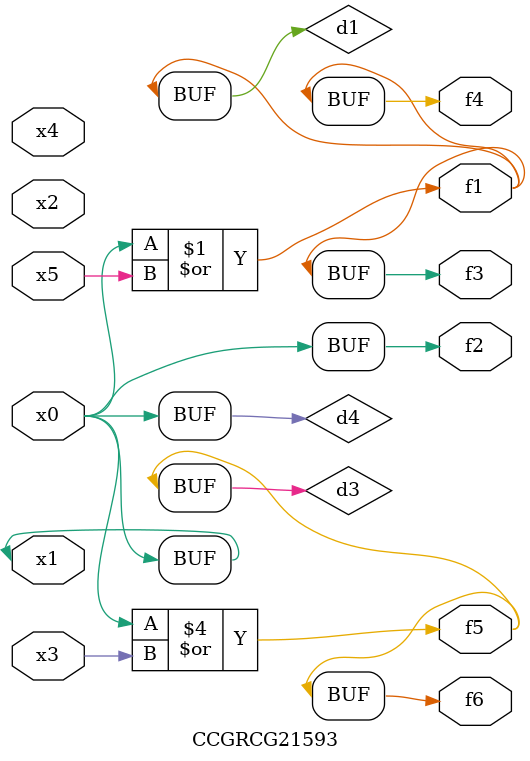
<source format=v>
module CCGRCG21593(
	input x0, x1, x2, x3, x4, x5,
	output f1, f2, f3, f4, f5, f6
);

	wire d1, d2, d3, d4;

	or (d1, x0, x5);
	xnor (d2, x1, x4);
	or (d3, x0, x3);
	buf (d4, x0, x1);
	assign f1 = d1;
	assign f2 = d4;
	assign f3 = d1;
	assign f4 = d1;
	assign f5 = d3;
	assign f6 = d3;
endmodule

</source>
